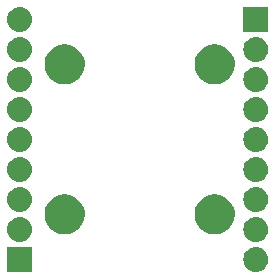
<source format=gbr>
G04 #@! TF.GenerationSoftware,KiCad,Pcbnew,(5.0.1)-3*
G04 #@! TF.CreationDate,2019-01-28T22:50:12+00:00*
G04 #@! TF.ProjectId,Encoder,456E636F6465722E6B696361645F7063,rev?*
G04 #@! TF.SameCoordinates,Original*
G04 #@! TF.FileFunction,Soldermask,Bot*
G04 #@! TF.FilePolarity,Negative*
%FSLAX46Y46*%
G04 Gerber Fmt 4.6, Leading zero omitted, Abs format (unit mm)*
G04 Created by KiCad (PCBNEW (5.0.1)-3) date 28/01/2019 22:50:12*
%MOMM*%
%LPD*%
G01*
G04 APERTURE LIST*
%ADD10C,0.100000*%
G04 APERTURE END LIST*
D10*
G36*
X111568707Y-75157597D02*
X111645836Y-75165193D01*
X111777787Y-75205220D01*
X111843763Y-75225233D01*
X112026172Y-75322733D01*
X112186054Y-75453946D01*
X112317267Y-75613828D01*
X112414767Y-75796237D01*
X112414767Y-75796238D01*
X112474807Y-75994164D01*
X112495080Y-76200000D01*
X112474807Y-76405836D01*
X112434780Y-76537787D01*
X112414767Y-76603763D01*
X112317267Y-76786172D01*
X112186054Y-76946054D01*
X112026172Y-77077267D01*
X111843763Y-77174767D01*
X111777787Y-77194780D01*
X111645836Y-77234807D01*
X111568707Y-77242404D01*
X111491580Y-77250000D01*
X111388420Y-77250000D01*
X111311293Y-77242404D01*
X111234164Y-77234807D01*
X111102213Y-77194780D01*
X111036237Y-77174767D01*
X110853828Y-77077267D01*
X110693946Y-76946054D01*
X110562733Y-76786172D01*
X110465233Y-76603763D01*
X110445220Y-76537787D01*
X110405193Y-76405836D01*
X110384920Y-76200000D01*
X110405193Y-75994164D01*
X110465233Y-75796238D01*
X110465233Y-75796237D01*
X110562733Y-75613828D01*
X110693946Y-75453946D01*
X110853828Y-75322733D01*
X111036237Y-75225233D01*
X111102213Y-75205220D01*
X111234164Y-75165193D01*
X111311293Y-75157597D01*
X111388420Y-75150000D01*
X111491580Y-75150000D01*
X111568707Y-75157597D01*
X111568707Y-75157597D01*
G37*
G36*
X92490000Y-77250000D02*
X90390000Y-77250000D01*
X90390000Y-75150000D01*
X92490000Y-75150000D01*
X92490000Y-77250000D01*
X92490000Y-77250000D01*
G37*
G36*
X91568707Y-72617597D02*
X91645836Y-72625193D01*
X91777787Y-72665220D01*
X91843763Y-72685233D01*
X92026172Y-72782733D01*
X92186054Y-72913946D01*
X92317267Y-73073828D01*
X92414767Y-73256237D01*
X92414767Y-73256238D01*
X92474807Y-73454164D01*
X92495080Y-73660000D01*
X92474807Y-73865836D01*
X92434780Y-73997787D01*
X92414767Y-74063763D01*
X92317267Y-74246172D01*
X92186054Y-74406054D01*
X92026172Y-74537267D01*
X91843763Y-74634767D01*
X91777787Y-74654780D01*
X91645836Y-74694807D01*
X91568707Y-74702403D01*
X91491580Y-74710000D01*
X91388420Y-74710000D01*
X91311293Y-74702403D01*
X91234164Y-74694807D01*
X91102213Y-74654780D01*
X91036237Y-74634767D01*
X90853828Y-74537267D01*
X90693946Y-74406054D01*
X90562733Y-74246172D01*
X90465233Y-74063763D01*
X90445220Y-73997787D01*
X90405193Y-73865836D01*
X90384920Y-73660000D01*
X90405193Y-73454164D01*
X90465233Y-73256238D01*
X90465233Y-73256237D01*
X90562733Y-73073828D01*
X90693946Y-72913946D01*
X90853828Y-72782733D01*
X91036237Y-72685233D01*
X91102213Y-72665220D01*
X91234164Y-72625193D01*
X91311293Y-72617597D01*
X91388420Y-72610000D01*
X91491580Y-72610000D01*
X91568707Y-72617597D01*
X91568707Y-72617597D01*
G37*
G36*
X111568707Y-72617597D02*
X111645836Y-72625193D01*
X111777787Y-72665220D01*
X111843763Y-72685233D01*
X112026172Y-72782733D01*
X112186054Y-72913946D01*
X112317267Y-73073828D01*
X112414767Y-73256237D01*
X112414767Y-73256238D01*
X112474807Y-73454164D01*
X112495080Y-73660000D01*
X112474807Y-73865836D01*
X112434780Y-73997787D01*
X112414767Y-74063763D01*
X112317267Y-74246172D01*
X112186054Y-74406054D01*
X112026172Y-74537267D01*
X111843763Y-74634767D01*
X111777787Y-74654780D01*
X111645836Y-74694807D01*
X111568707Y-74702403D01*
X111491580Y-74710000D01*
X111388420Y-74710000D01*
X111311293Y-74702403D01*
X111234164Y-74694807D01*
X111102213Y-74654780D01*
X111036237Y-74634767D01*
X110853828Y-74537267D01*
X110693946Y-74406054D01*
X110562733Y-74246172D01*
X110465233Y-74063763D01*
X110445220Y-73997787D01*
X110405193Y-73865836D01*
X110384920Y-73660000D01*
X110405193Y-73454164D01*
X110465233Y-73256238D01*
X110465233Y-73256237D01*
X110562733Y-73073828D01*
X110693946Y-72913946D01*
X110853828Y-72782733D01*
X111036237Y-72685233D01*
X111102213Y-72665220D01*
X111234164Y-72625193D01*
X111311293Y-72617597D01*
X111388420Y-72610000D01*
X111491580Y-72610000D01*
X111568707Y-72617597D01*
X111568707Y-72617597D01*
G37*
G36*
X108249338Y-70716237D02*
X108445872Y-70755330D01*
X108755252Y-70883479D01*
X109033687Y-71069523D01*
X109270477Y-71306313D01*
X109456521Y-71584748D01*
X109506816Y-71706172D01*
X109584670Y-71894129D01*
X109650000Y-72222563D01*
X109650000Y-72557437D01*
X109606447Y-72776393D01*
X109584670Y-72885872D01*
X109456521Y-73195252D01*
X109270477Y-73473687D01*
X109033687Y-73710477D01*
X108755252Y-73896521D01*
X108445872Y-74024670D01*
X108336393Y-74046447D01*
X108117437Y-74090000D01*
X107782563Y-74090000D01*
X107563607Y-74046447D01*
X107454128Y-74024670D01*
X107144748Y-73896521D01*
X106866313Y-73710477D01*
X106629523Y-73473687D01*
X106443479Y-73195252D01*
X106315330Y-72885872D01*
X106293553Y-72776393D01*
X106250000Y-72557437D01*
X106250000Y-72222563D01*
X106315330Y-71894129D01*
X106393184Y-71706172D01*
X106443479Y-71584748D01*
X106629523Y-71306313D01*
X106866313Y-71069523D01*
X107144748Y-70883479D01*
X107454128Y-70755330D01*
X107650662Y-70716237D01*
X107782563Y-70690000D01*
X108117437Y-70690000D01*
X108249338Y-70716237D01*
X108249338Y-70716237D01*
G37*
G36*
X95549338Y-70716237D02*
X95745872Y-70755330D01*
X96055252Y-70883479D01*
X96333687Y-71069523D01*
X96570477Y-71306313D01*
X96756521Y-71584748D01*
X96806816Y-71706172D01*
X96884670Y-71894129D01*
X96950000Y-72222563D01*
X96950000Y-72557437D01*
X96906447Y-72776393D01*
X96884670Y-72885872D01*
X96756521Y-73195252D01*
X96570477Y-73473687D01*
X96333687Y-73710477D01*
X96055252Y-73896521D01*
X95745872Y-74024670D01*
X95636393Y-74046447D01*
X95417437Y-74090000D01*
X95082563Y-74090000D01*
X94863607Y-74046447D01*
X94754128Y-74024670D01*
X94444748Y-73896521D01*
X94166313Y-73710477D01*
X93929523Y-73473687D01*
X93743479Y-73195252D01*
X93615330Y-72885872D01*
X93593553Y-72776393D01*
X93550000Y-72557437D01*
X93550000Y-72222563D01*
X93615330Y-71894129D01*
X93693184Y-71706172D01*
X93743479Y-71584748D01*
X93929523Y-71306313D01*
X94166313Y-71069523D01*
X94444748Y-70883479D01*
X94754128Y-70755330D01*
X94950662Y-70716237D01*
X95082563Y-70690000D01*
X95417437Y-70690000D01*
X95549338Y-70716237D01*
X95549338Y-70716237D01*
G37*
G36*
X111568707Y-70077596D02*
X111645836Y-70085193D01*
X111777787Y-70125220D01*
X111843763Y-70145233D01*
X112026172Y-70242733D01*
X112186054Y-70373946D01*
X112317267Y-70533828D01*
X112414767Y-70716237D01*
X112434780Y-70782213D01*
X112474807Y-70914164D01*
X112495080Y-71120000D01*
X112474807Y-71325836D01*
X112434780Y-71457787D01*
X112414767Y-71523763D01*
X112317267Y-71706172D01*
X112186054Y-71866054D01*
X112026172Y-71997267D01*
X111843763Y-72094767D01*
X111777787Y-72114780D01*
X111645836Y-72154807D01*
X111568707Y-72162404D01*
X111491580Y-72170000D01*
X111388420Y-72170000D01*
X111311293Y-72162404D01*
X111234164Y-72154807D01*
X111102213Y-72114780D01*
X111036237Y-72094767D01*
X110853828Y-71997267D01*
X110693946Y-71866054D01*
X110562733Y-71706172D01*
X110465233Y-71523763D01*
X110445220Y-71457787D01*
X110405193Y-71325836D01*
X110384920Y-71120000D01*
X110405193Y-70914164D01*
X110445220Y-70782213D01*
X110465233Y-70716237D01*
X110562733Y-70533828D01*
X110693946Y-70373946D01*
X110853828Y-70242733D01*
X111036237Y-70145233D01*
X111102213Y-70125220D01*
X111234164Y-70085193D01*
X111311293Y-70077596D01*
X111388420Y-70070000D01*
X111491580Y-70070000D01*
X111568707Y-70077596D01*
X111568707Y-70077596D01*
G37*
G36*
X91568707Y-70077596D02*
X91645836Y-70085193D01*
X91777787Y-70125220D01*
X91843763Y-70145233D01*
X92026172Y-70242733D01*
X92186054Y-70373946D01*
X92317267Y-70533828D01*
X92414767Y-70716237D01*
X92434780Y-70782213D01*
X92474807Y-70914164D01*
X92495080Y-71120000D01*
X92474807Y-71325836D01*
X92434780Y-71457787D01*
X92414767Y-71523763D01*
X92317267Y-71706172D01*
X92186054Y-71866054D01*
X92026172Y-71997267D01*
X91843763Y-72094767D01*
X91777787Y-72114780D01*
X91645836Y-72154807D01*
X91568707Y-72162404D01*
X91491580Y-72170000D01*
X91388420Y-72170000D01*
X91311293Y-72162404D01*
X91234164Y-72154807D01*
X91102213Y-72114780D01*
X91036237Y-72094767D01*
X90853828Y-71997267D01*
X90693946Y-71866054D01*
X90562733Y-71706172D01*
X90465233Y-71523763D01*
X90445220Y-71457787D01*
X90405193Y-71325836D01*
X90384920Y-71120000D01*
X90405193Y-70914164D01*
X90445220Y-70782213D01*
X90465233Y-70716237D01*
X90562733Y-70533828D01*
X90693946Y-70373946D01*
X90853828Y-70242733D01*
X91036237Y-70145233D01*
X91102213Y-70125220D01*
X91234164Y-70085193D01*
X91311293Y-70077596D01*
X91388420Y-70070000D01*
X91491580Y-70070000D01*
X91568707Y-70077596D01*
X91568707Y-70077596D01*
G37*
G36*
X111568707Y-67537596D02*
X111645836Y-67545193D01*
X111777787Y-67585220D01*
X111843763Y-67605233D01*
X112026172Y-67702733D01*
X112186054Y-67833946D01*
X112317267Y-67993828D01*
X112414767Y-68176237D01*
X112414767Y-68176238D01*
X112474807Y-68374164D01*
X112495080Y-68580000D01*
X112474807Y-68785836D01*
X112434780Y-68917787D01*
X112414767Y-68983763D01*
X112317267Y-69166172D01*
X112186054Y-69326054D01*
X112026172Y-69457267D01*
X111843763Y-69554767D01*
X111777787Y-69574780D01*
X111645836Y-69614807D01*
X111568707Y-69622404D01*
X111491580Y-69630000D01*
X111388420Y-69630000D01*
X111311293Y-69622404D01*
X111234164Y-69614807D01*
X111102213Y-69574780D01*
X111036237Y-69554767D01*
X110853828Y-69457267D01*
X110693946Y-69326054D01*
X110562733Y-69166172D01*
X110465233Y-68983763D01*
X110445220Y-68917787D01*
X110405193Y-68785836D01*
X110384920Y-68580000D01*
X110405193Y-68374164D01*
X110465233Y-68176238D01*
X110465233Y-68176237D01*
X110562733Y-67993828D01*
X110693946Y-67833946D01*
X110853828Y-67702733D01*
X111036237Y-67605233D01*
X111102213Y-67585220D01*
X111234164Y-67545193D01*
X111311293Y-67537596D01*
X111388420Y-67530000D01*
X111491580Y-67530000D01*
X111568707Y-67537596D01*
X111568707Y-67537596D01*
G37*
G36*
X91568707Y-67537596D02*
X91645836Y-67545193D01*
X91777787Y-67585220D01*
X91843763Y-67605233D01*
X92026172Y-67702733D01*
X92186054Y-67833946D01*
X92317267Y-67993828D01*
X92414767Y-68176237D01*
X92414767Y-68176238D01*
X92474807Y-68374164D01*
X92495080Y-68580000D01*
X92474807Y-68785836D01*
X92434780Y-68917787D01*
X92414767Y-68983763D01*
X92317267Y-69166172D01*
X92186054Y-69326054D01*
X92026172Y-69457267D01*
X91843763Y-69554767D01*
X91777787Y-69574780D01*
X91645836Y-69614807D01*
X91568707Y-69622404D01*
X91491580Y-69630000D01*
X91388420Y-69630000D01*
X91311293Y-69622404D01*
X91234164Y-69614807D01*
X91102213Y-69574780D01*
X91036237Y-69554767D01*
X90853828Y-69457267D01*
X90693946Y-69326054D01*
X90562733Y-69166172D01*
X90465233Y-68983763D01*
X90445220Y-68917787D01*
X90405193Y-68785836D01*
X90384920Y-68580000D01*
X90405193Y-68374164D01*
X90465233Y-68176238D01*
X90465233Y-68176237D01*
X90562733Y-67993828D01*
X90693946Y-67833946D01*
X90853828Y-67702733D01*
X91036237Y-67605233D01*
X91102213Y-67585220D01*
X91234164Y-67545193D01*
X91311293Y-67537596D01*
X91388420Y-67530000D01*
X91491580Y-67530000D01*
X91568707Y-67537596D01*
X91568707Y-67537596D01*
G37*
G36*
X111568707Y-64997596D02*
X111645836Y-65005193D01*
X111777787Y-65045220D01*
X111843763Y-65065233D01*
X112026172Y-65162733D01*
X112186054Y-65293946D01*
X112317267Y-65453828D01*
X112414767Y-65636237D01*
X112414767Y-65636238D01*
X112474807Y-65834164D01*
X112495080Y-66040000D01*
X112474807Y-66245836D01*
X112434780Y-66377787D01*
X112414767Y-66443763D01*
X112317267Y-66626172D01*
X112186054Y-66786054D01*
X112026172Y-66917267D01*
X111843763Y-67014767D01*
X111777787Y-67034780D01*
X111645836Y-67074807D01*
X111568707Y-67082404D01*
X111491580Y-67090000D01*
X111388420Y-67090000D01*
X111311293Y-67082404D01*
X111234164Y-67074807D01*
X111102213Y-67034780D01*
X111036237Y-67014767D01*
X110853828Y-66917267D01*
X110693946Y-66786054D01*
X110562733Y-66626172D01*
X110465233Y-66443763D01*
X110445220Y-66377787D01*
X110405193Y-66245836D01*
X110384920Y-66040000D01*
X110405193Y-65834164D01*
X110465233Y-65636238D01*
X110465233Y-65636237D01*
X110562733Y-65453828D01*
X110693946Y-65293946D01*
X110853828Y-65162733D01*
X111036237Y-65065233D01*
X111102213Y-65045220D01*
X111234164Y-65005193D01*
X111311293Y-64997596D01*
X111388420Y-64990000D01*
X111491580Y-64990000D01*
X111568707Y-64997596D01*
X111568707Y-64997596D01*
G37*
G36*
X91568707Y-64997596D02*
X91645836Y-65005193D01*
X91777787Y-65045220D01*
X91843763Y-65065233D01*
X92026172Y-65162733D01*
X92186054Y-65293946D01*
X92317267Y-65453828D01*
X92414767Y-65636237D01*
X92414767Y-65636238D01*
X92474807Y-65834164D01*
X92495080Y-66040000D01*
X92474807Y-66245836D01*
X92434780Y-66377787D01*
X92414767Y-66443763D01*
X92317267Y-66626172D01*
X92186054Y-66786054D01*
X92026172Y-66917267D01*
X91843763Y-67014767D01*
X91777787Y-67034780D01*
X91645836Y-67074807D01*
X91568707Y-67082404D01*
X91491580Y-67090000D01*
X91388420Y-67090000D01*
X91311293Y-67082404D01*
X91234164Y-67074807D01*
X91102213Y-67034780D01*
X91036237Y-67014767D01*
X90853828Y-66917267D01*
X90693946Y-66786054D01*
X90562733Y-66626172D01*
X90465233Y-66443763D01*
X90445220Y-66377787D01*
X90405193Y-66245836D01*
X90384920Y-66040000D01*
X90405193Y-65834164D01*
X90465233Y-65636238D01*
X90465233Y-65636237D01*
X90562733Y-65453828D01*
X90693946Y-65293946D01*
X90853828Y-65162733D01*
X91036237Y-65065233D01*
X91102213Y-65045220D01*
X91234164Y-65005193D01*
X91311293Y-64997596D01*
X91388420Y-64990000D01*
X91491580Y-64990000D01*
X91568707Y-64997596D01*
X91568707Y-64997596D01*
G37*
G36*
X111568707Y-62457596D02*
X111645836Y-62465193D01*
X111777787Y-62505220D01*
X111843763Y-62525233D01*
X112026172Y-62622733D01*
X112186054Y-62753946D01*
X112317267Y-62913828D01*
X112414767Y-63096237D01*
X112414767Y-63096238D01*
X112474807Y-63294164D01*
X112495080Y-63500000D01*
X112474807Y-63705836D01*
X112434780Y-63837787D01*
X112414767Y-63903763D01*
X112317267Y-64086172D01*
X112186054Y-64246054D01*
X112026172Y-64377267D01*
X111843763Y-64474767D01*
X111777787Y-64494780D01*
X111645836Y-64534807D01*
X111568707Y-64542403D01*
X111491580Y-64550000D01*
X111388420Y-64550000D01*
X111311293Y-64542403D01*
X111234164Y-64534807D01*
X111102213Y-64494780D01*
X111036237Y-64474767D01*
X110853828Y-64377267D01*
X110693946Y-64246054D01*
X110562733Y-64086172D01*
X110465233Y-63903763D01*
X110445220Y-63837787D01*
X110405193Y-63705836D01*
X110384920Y-63500000D01*
X110405193Y-63294164D01*
X110465233Y-63096238D01*
X110465233Y-63096237D01*
X110562733Y-62913828D01*
X110693946Y-62753946D01*
X110853828Y-62622733D01*
X111036237Y-62525233D01*
X111102213Y-62505220D01*
X111234164Y-62465193D01*
X111311293Y-62457596D01*
X111388420Y-62450000D01*
X111491580Y-62450000D01*
X111568707Y-62457596D01*
X111568707Y-62457596D01*
G37*
G36*
X91568707Y-62457596D02*
X91645836Y-62465193D01*
X91777787Y-62505220D01*
X91843763Y-62525233D01*
X92026172Y-62622733D01*
X92186054Y-62753946D01*
X92317267Y-62913828D01*
X92414767Y-63096237D01*
X92414767Y-63096238D01*
X92474807Y-63294164D01*
X92495080Y-63500000D01*
X92474807Y-63705836D01*
X92434780Y-63837787D01*
X92414767Y-63903763D01*
X92317267Y-64086172D01*
X92186054Y-64246054D01*
X92026172Y-64377267D01*
X91843763Y-64474767D01*
X91777787Y-64494780D01*
X91645836Y-64534807D01*
X91568707Y-64542403D01*
X91491580Y-64550000D01*
X91388420Y-64550000D01*
X91311293Y-64542403D01*
X91234164Y-64534807D01*
X91102213Y-64494780D01*
X91036237Y-64474767D01*
X90853828Y-64377267D01*
X90693946Y-64246054D01*
X90562733Y-64086172D01*
X90465233Y-63903763D01*
X90445220Y-63837787D01*
X90405193Y-63705836D01*
X90384920Y-63500000D01*
X90405193Y-63294164D01*
X90465233Y-63096238D01*
X90465233Y-63096237D01*
X90562733Y-62913828D01*
X90693946Y-62753946D01*
X90853828Y-62622733D01*
X91036237Y-62525233D01*
X91102213Y-62505220D01*
X91234164Y-62465193D01*
X91311293Y-62457596D01*
X91388420Y-62450000D01*
X91491580Y-62450000D01*
X91568707Y-62457596D01*
X91568707Y-62457596D01*
G37*
G36*
X91568707Y-59917596D02*
X91645836Y-59925193D01*
X91777787Y-59965220D01*
X91843763Y-59985233D01*
X92026172Y-60082733D01*
X92186054Y-60213946D01*
X92317267Y-60373828D01*
X92414767Y-60556237D01*
X92414767Y-60556238D01*
X92474807Y-60754164D01*
X92495080Y-60960000D01*
X92474807Y-61165836D01*
X92434780Y-61297787D01*
X92414767Y-61363763D01*
X92317267Y-61546172D01*
X92186054Y-61706054D01*
X92026172Y-61837267D01*
X91843763Y-61934767D01*
X91777787Y-61954780D01*
X91645836Y-61994807D01*
X91568707Y-62002403D01*
X91491580Y-62010000D01*
X91388420Y-62010000D01*
X91311293Y-62002403D01*
X91234164Y-61994807D01*
X91102213Y-61954780D01*
X91036237Y-61934767D01*
X90853828Y-61837267D01*
X90693946Y-61706054D01*
X90562733Y-61546172D01*
X90465233Y-61363763D01*
X90445220Y-61297787D01*
X90405193Y-61165836D01*
X90384920Y-60960000D01*
X90405193Y-60754164D01*
X90465233Y-60556238D01*
X90465233Y-60556237D01*
X90562733Y-60373828D01*
X90693946Y-60213946D01*
X90853828Y-60082733D01*
X91036237Y-59985233D01*
X91102213Y-59965220D01*
X91234164Y-59925193D01*
X91311293Y-59917596D01*
X91388420Y-59910000D01*
X91491580Y-59910000D01*
X91568707Y-59917596D01*
X91568707Y-59917596D01*
G37*
G36*
X111568707Y-59917596D02*
X111645836Y-59925193D01*
X111777787Y-59965220D01*
X111843763Y-59985233D01*
X112026172Y-60082733D01*
X112186054Y-60213946D01*
X112317267Y-60373828D01*
X112414767Y-60556237D01*
X112414767Y-60556238D01*
X112474807Y-60754164D01*
X112495080Y-60960000D01*
X112474807Y-61165836D01*
X112434780Y-61297787D01*
X112414767Y-61363763D01*
X112317267Y-61546172D01*
X112186054Y-61706054D01*
X112026172Y-61837267D01*
X111843763Y-61934767D01*
X111777787Y-61954780D01*
X111645836Y-61994807D01*
X111568707Y-62002403D01*
X111491580Y-62010000D01*
X111388420Y-62010000D01*
X111311293Y-62002403D01*
X111234164Y-61994807D01*
X111102213Y-61954780D01*
X111036237Y-61934767D01*
X110853828Y-61837267D01*
X110693946Y-61706054D01*
X110562733Y-61546172D01*
X110465233Y-61363763D01*
X110445220Y-61297787D01*
X110405193Y-61165836D01*
X110384920Y-60960000D01*
X110405193Y-60754164D01*
X110465233Y-60556238D01*
X110465233Y-60556237D01*
X110562733Y-60373828D01*
X110693946Y-60213946D01*
X110853828Y-60082733D01*
X111036237Y-59985233D01*
X111102213Y-59965220D01*
X111234164Y-59925193D01*
X111311293Y-59917596D01*
X111388420Y-59910000D01*
X111491580Y-59910000D01*
X111568707Y-59917596D01*
X111568707Y-59917596D01*
G37*
G36*
X95549338Y-58016237D02*
X95745872Y-58055330D01*
X96055252Y-58183479D01*
X96333687Y-58369523D01*
X96570477Y-58606313D01*
X96756521Y-58884748D01*
X96806816Y-59006172D01*
X96884670Y-59194129D01*
X96950000Y-59522563D01*
X96950000Y-59857437D01*
X96906447Y-60076393D01*
X96884670Y-60185872D01*
X96756521Y-60495252D01*
X96570477Y-60773687D01*
X96333687Y-61010477D01*
X96055252Y-61196521D01*
X95745872Y-61324670D01*
X95636393Y-61346447D01*
X95417437Y-61390000D01*
X95082563Y-61390000D01*
X94863607Y-61346447D01*
X94754128Y-61324670D01*
X94444748Y-61196521D01*
X94166313Y-61010477D01*
X93929523Y-60773687D01*
X93743479Y-60495252D01*
X93615330Y-60185872D01*
X93593553Y-60076393D01*
X93550000Y-59857437D01*
X93550000Y-59522563D01*
X93615330Y-59194129D01*
X93693184Y-59006172D01*
X93743479Y-58884748D01*
X93929523Y-58606313D01*
X94166313Y-58369523D01*
X94444748Y-58183479D01*
X94754128Y-58055330D01*
X94950662Y-58016237D01*
X95082563Y-57990000D01*
X95417437Y-57990000D01*
X95549338Y-58016237D01*
X95549338Y-58016237D01*
G37*
G36*
X108249338Y-58016237D02*
X108445872Y-58055330D01*
X108755252Y-58183479D01*
X109033687Y-58369523D01*
X109270477Y-58606313D01*
X109456521Y-58884748D01*
X109506816Y-59006172D01*
X109584670Y-59194129D01*
X109650000Y-59522563D01*
X109650000Y-59857437D01*
X109606447Y-60076393D01*
X109584670Y-60185872D01*
X109456521Y-60495252D01*
X109270477Y-60773687D01*
X109033687Y-61010477D01*
X108755252Y-61196521D01*
X108445872Y-61324670D01*
X108336393Y-61346447D01*
X108117437Y-61390000D01*
X107782563Y-61390000D01*
X107563607Y-61346447D01*
X107454128Y-61324670D01*
X107144748Y-61196521D01*
X106866313Y-61010477D01*
X106629523Y-60773687D01*
X106443479Y-60495252D01*
X106315330Y-60185872D01*
X106293553Y-60076393D01*
X106250000Y-59857437D01*
X106250000Y-59522563D01*
X106315330Y-59194129D01*
X106393184Y-59006172D01*
X106443479Y-58884748D01*
X106629523Y-58606313D01*
X106866313Y-58369523D01*
X107144748Y-58183479D01*
X107454128Y-58055330D01*
X107650662Y-58016237D01*
X107782563Y-57990000D01*
X108117437Y-57990000D01*
X108249338Y-58016237D01*
X108249338Y-58016237D01*
G37*
G36*
X111568707Y-57377596D02*
X111645836Y-57385193D01*
X111777787Y-57425220D01*
X111843763Y-57445233D01*
X112026172Y-57542733D01*
X112186054Y-57673946D01*
X112317267Y-57833828D01*
X112414767Y-58016237D01*
X112434780Y-58082213D01*
X112474807Y-58214164D01*
X112495080Y-58420000D01*
X112474807Y-58625836D01*
X112434780Y-58757787D01*
X112414767Y-58823763D01*
X112317267Y-59006172D01*
X112186054Y-59166054D01*
X112026172Y-59297267D01*
X111843763Y-59394767D01*
X111777787Y-59414780D01*
X111645836Y-59454807D01*
X111568707Y-59462403D01*
X111491580Y-59470000D01*
X111388420Y-59470000D01*
X111311293Y-59462403D01*
X111234164Y-59454807D01*
X111102213Y-59414780D01*
X111036237Y-59394767D01*
X110853828Y-59297267D01*
X110693946Y-59166054D01*
X110562733Y-59006172D01*
X110465233Y-58823763D01*
X110445220Y-58757787D01*
X110405193Y-58625836D01*
X110384920Y-58420000D01*
X110405193Y-58214164D01*
X110445220Y-58082213D01*
X110465233Y-58016237D01*
X110562733Y-57833828D01*
X110693946Y-57673946D01*
X110853828Y-57542733D01*
X111036237Y-57445233D01*
X111102213Y-57425220D01*
X111234164Y-57385193D01*
X111311293Y-57377596D01*
X111388420Y-57370000D01*
X111491580Y-57370000D01*
X111568707Y-57377596D01*
X111568707Y-57377596D01*
G37*
G36*
X91568707Y-57377596D02*
X91645836Y-57385193D01*
X91777787Y-57425220D01*
X91843763Y-57445233D01*
X92026172Y-57542733D01*
X92186054Y-57673946D01*
X92317267Y-57833828D01*
X92414767Y-58016237D01*
X92434780Y-58082213D01*
X92474807Y-58214164D01*
X92495080Y-58420000D01*
X92474807Y-58625836D01*
X92434780Y-58757787D01*
X92414767Y-58823763D01*
X92317267Y-59006172D01*
X92186054Y-59166054D01*
X92026172Y-59297267D01*
X91843763Y-59394767D01*
X91777787Y-59414780D01*
X91645836Y-59454807D01*
X91568707Y-59462403D01*
X91491580Y-59470000D01*
X91388420Y-59470000D01*
X91311293Y-59462403D01*
X91234164Y-59454807D01*
X91102213Y-59414780D01*
X91036237Y-59394767D01*
X90853828Y-59297267D01*
X90693946Y-59166054D01*
X90562733Y-59006172D01*
X90465233Y-58823763D01*
X90445220Y-58757787D01*
X90405193Y-58625836D01*
X90384920Y-58420000D01*
X90405193Y-58214164D01*
X90445220Y-58082213D01*
X90465233Y-58016237D01*
X90562733Y-57833828D01*
X90693946Y-57673946D01*
X90853828Y-57542733D01*
X91036237Y-57445233D01*
X91102213Y-57425220D01*
X91234164Y-57385193D01*
X91311293Y-57377596D01*
X91388420Y-57370000D01*
X91491580Y-57370000D01*
X91568707Y-57377596D01*
X91568707Y-57377596D01*
G37*
G36*
X112490000Y-56930000D02*
X110390000Y-56930000D01*
X110390000Y-54830000D01*
X112490000Y-54830000D01*
X112490000Y-56930000D01*
X112490000Y-56930000D01*
G37*
G36*
X91568707Y-54837597D02*
X91645836Y-54845193D01*
X91777787Y-54885220D01*
X91843763Y-54905233D01*
X92026172Y-55002733D01*
X92186054Y-55133946D01*
X92317267Y-55293828D01*
X92414767Y-55476237D01*
X92414767Y-55476238D01*
X92474807Y-55674164D01*
X92495080Y-55880000D01*
X92474807Y-56085836D01*
X92434780Y-56217787D01*
X92414767Y-56283763D01*
X92317267Y-56466172D01*
X92186054Y-56626054D01*
X92026172Y-56757267D01*
X91843763Y-56854767D01*
X91777787Y-56874780D01*
X91645836Y-56914807D01*
X91568707Y-56922403D01*
X91491580Y-56930000D01*
X91388420Y-56930000D01*
X91311293Y-56922403D01*
X91234164Y-56914807D01*
X91102213Y-56874780D01*
X91036237Y-56854767D01*
X90853828Y-56757267D01*
X90693946Y-56626054D01*
X90562733Y-56466172D01*
X90465233Y-56283763D01*
X90445220Y-56217787D01*
X90405193Y-56085836D01*
X90384920Y-55880000D01*
X90405193Y-55674164D01*
X90465233Y-55476238D01*
X90465233Y-55476237D01*
X90562733Y-55293828D01*
X90693946Y-55133946D01*
X90853828Y-55002733D01*
X91036237Y-54905233D01*
X91102213Y-54885220D01*
X91234164Y-54845193D01*
X91311293Y-54837597D01*
X91388420Y-54830000D01*
X91491580Y-54830000D01*
X91568707Y-54837597D01*
X91568707Y-54837597D01*
G37*
M02*

</source>
